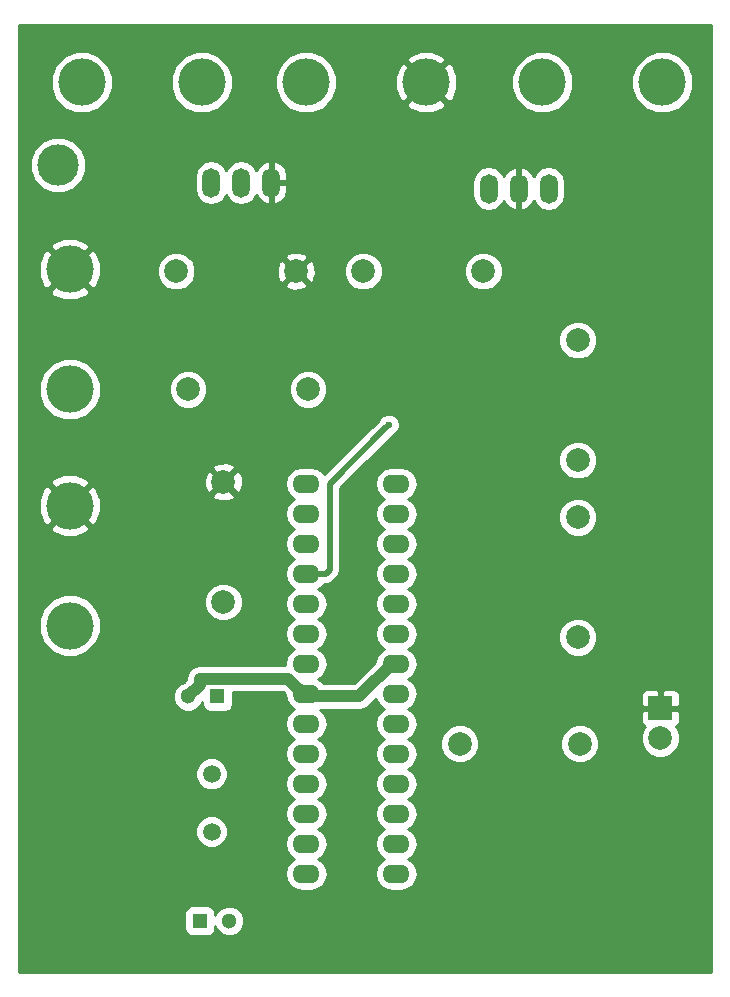
<source format=gbl>
G04 #@! TF.FileFunction,Copper,L2,Bot,Signal*
%FSLAX46Y46*%
G04 Gerber Fmt 4.6, Leading zero omitted, Abs format (unit mm)*
G04 Created by KiCad (PCBNEW 4.0.2+dfsg1-stable) date on. 29. nov. 2017 kl. 15.41 +0100*
%MOMM*%
G01*
G04 APERTURE LIST*
%ADD10C,0.100000*%
%ADD11C,4.000500*%
%ADD12R,1.300000X1.300000*%
%ADD13C,1.300000*%
%ADD14R,2.000000X2.000000*%
%ADD15C,2.000000*%
%ADD16O,2.300000X1.600000*%
%ADD17C,3.500120*%
%ADD18C,1.998980*%
%ADD19C,1.501140*%
%ADD20O,1.501140X2.499360*%
%ADD21C,0.900000*%
%ADD22C,0.600000*%
%ADD23C,0.500000*%
%ADD24C,1.000000*%
%ADD25C,0.750000*%
%ADD26C,0.254000*%
G04 APERTURE END LIST*
D10*
D11*
X86000000Y-44000000D03*
X96160000Y-44000000D03*
X125000000Y-44000000D03*
X135160000Y-44000000D03*
X85000000Y-90000000D03*
X85000000Y-79840000D03*
D12*
X96000000Y-115000000D03*
D13*
X98500000Y-115000000D03*
D12*
X97500000Y-96000000D03*
D13*
X95000000Y-96000000D03*
D14*
X135000000Y-97000000D03*
D15*
X135000000Y-99540000D03*
D16*
X105000000Y-78000000D03*
X105000000Y-80540000D03*
X105000000Y-83080000D03*
X105000000Y-85620000D03*
X105000000Y-88160000D03*
X105000000Y-90700000D03*
X105000000Y-93240000D03*
X105000000Y-95780000D03*
X105000000Y-98320000D03*
X105000000Y-100860000D03*
X105000000Y-103400000D03*
X105000000Y-105940000D03*
X105000000Y-108480000D03*
X105000000Y-111020000D03*
X112620000Y-111020000D03*
X112620000Y-108480000D03*
X112620000Y-105940000D03*
X112620000Y-103400000D03*
X112620000Y-100860000D03*
X112620000Y-98320000D03*
X112620000Y-95780000D03*
X112620000Y-93240000D03*
X112620000Y-90700000D03*
X112620000Y-88160000D03*
X112620000Y-85620000D03*
X112620000Y-83080000D03*
X112620000Y-80540000D03*
X112620000Y-78000000D03*
D11*
X85000000Y-70000000D03*
X85000000Y-59840000D03*
X105000000Y-44000000D03*
X115160000Y-44000000D03*
D17*
X84000000Y-51000000D03*
D18*
X128000000Y-91000000D03*
X128000000Y-80840000D03*
X128000000Y-76000000D03*
X128000000Y-65840000D03*
X95000000Y-70000000D03*
X105160000Y-70000000D03*
X118000000Y-100000000D03*
X128160000Y-100000000D03*
X120000000Y-60000000D03*
X109840000Y-60000000D03*
X94000000Y-60000000D03*
X104160000Y-60000000D03*
X98000000Y-88000000D03*
X98000000Y-77840000D03*
D19*
X97000000Y-102559060D03*
X97000000Y-107440940D03*
D20*
X123000000Y-53000000D03*
X120460000Y-53000000D03*
X125540000Y-53000000D03*
X99500000Y-52500000D03*
X96960000Y-52500000D03*
X102040000Y-52500000D03*
D21*
X90050000Y-96000000D03*
D22*
X112000000Y-73000000D03*
X106750000Y-96000000D03*
D23*
X106650000Y-85620000D02*
X107000000Y-85270000D01*
X111700001Y-73299999D02*
X112000000Y-73000000D01*
X107000000Y-85270000D02*
X107000000Y-78000000D01*
X107000000Y-78000000D02*
X111700001Y-73299999D01*
X105000000Y-85620000D02*
X106650000Y-85620000D01*
D24*
X106750000Y-96000000D02*
X105000000Y-96000000D01*
X109500000Y-96000000D02*
X106750000Y-96000000D01*
D25*
X112620000Y-93240000D02*
X112500000Y-93000000D01*
D24*
X112500000Y-93000000D02*
X109500000Y-96000000D01*
D25*
X105000000Y-96000000D02*
X105000000Y-95780000D01*
X105000000Y-95780000D02*
X105000000Y-96000000D01*
D24*
X105000000Y-96000000D02*
X103500000Y-94500000D01*
X103500000Y-94500000D02*
X96000000Y-94500000D01*
X96000000Y-94500000D02*
X96000000Y-95000000D01*
X96000000Y-95000000D02*
X95000000Y-96000000D01*
D26*
G36*
X139315000Y-119315000D02*
X80685000Y-119315000D01*
X80685000Y-114350000D01*
X94702560Y-114350000D01*
X94702560Y-115650000D01*
X94746838Y-115885317D01*
X94885910Y-116101441D01*
X95098110Y-116246431D01*
X95350000Y-116297440D01*
X96650000Y-116297440D01*
X96885317Y-116253162D01*
X97101441Y-116114090D01*
X97246431Y-115901890D01*
X97297440Y-115650000D01*
X97297440Y-115454540D01*
X97409995Y-115726943D01*
X97771155Y-116088735D01*
X98243276Y-116284777D01*
X98754481Y-116285223D01*
X99226943Y-116090005D01*
X99588735Y-115728845D01*
X99784777Y-115256724D01*
X99785223Y-114745519D01*
X99590005Y-114273057D01*
X99228845Y-113911265D01*
X98756724Y-113715223D01*
X98245519Y-113714777D01*
X97773057Y-113909995D01*
X97411265Y-114271155D01*
X97297440Y-114545276D01*
X97297440Y-114350000D01*
X97253162Y-114114683D01*
X97114090Y-113898559D01*
X96901890Y-113753569D01*
X96650000Y-113702560D01*
X95350000Y-113702560D01*
X95114683Y-113746838D01*
X94898559Y-113885910D01*
X94753569Y-114098110D01*
X94702560Y-114350000D01*
X80685000Y-114350000D01*
X80685000Y-107715338D01*
X95614190Y-107715338D01*
X95824686Y-108224777D01*
X96214113Y-108614884D01*
X96723184Y-108826269D01*
X97274398Y-108826750D01*
X97783837Y-108616254D01*
X98173944Y-108226827D01*
X98385329Y-107717756D01*
X98385810Y-107166542D01*
X98175314Y-106657103D01*
X97785887Y-106266996D01*
X97276816Y-106055611D01*
X96725602Y-106055130D01*
X96216163Y-106265626D01*
X95826056Y-106655053D01*
X95614671Y-107164124D01*
X95614190Y-107715338D01*
X80685000Y-107715338D01*
X80685000Y-102833458D01*
X95614190Y-102833458D01*
X95824686Y-103342897D01*
X96214113Y-103733004D01*
X96723184Y-103944389D01*
X97274398Y-103944870D01*
X97783837Y-103734374D01*
X98173944Y-103344947D01*
X98385329Y-102835876D01*
X98385810Y-102284662D01*
X98175314Y-101775223D01*
X97785887Y-101385116D01*
X97276816Y-101173731D01*
X96725602Y-101173250D01*
X96216163Y-101383746D01*
X95826056Y-101773173D01*
X95614671Y-102282244D01*
X95614190Y-102833458D01*
X80685000Y-102833458D01*
X80685000Y-96254481D01*
X93714777Y-96254481D01*
X93909995Y-96726943D01*
X94271155Y-97088735D01*
X94743276Y-97284777D01*
X95254481Y-97285223D01*
X95726943Y-97090005D01*
X96088735Y-96728845D01*
X96202560Y-96454724D01*
X96202560Y-96650000D01*
X96246838Y-96885317D01*
X96385910Y-97101441D01*
X96598110Y-97246431D01*
X96850000Y-97297440D01*
X98150000Y-97297440D01*
X98385317Y-97253162D01*
X98601441Y-97114090D01*
X98746431Y-96901890D01*
X98797440Y-96650000D01*
X98797440Y-95635000D01*
X103029868Y-95635000D01*
X103181312Y-95786444D01*
X103289263Y-96329151D01*
X103600332Y-96794698D01*
X103982418Y-97050000D01*
X103600332Y-97305302D01*
X103289263Y-97770849D01*
X103180030Y-98320000D01*
X103289263Y-98869151D01*
X103600332Y-99334698D01*
X103982418Y-99590000D01*
X103600332Y-99845302D01*
X103289263Y-100310849D01*
X103180030Y-100860000D01*
X103289263Y-101409151D01*
X103600332Y-101874698D01*
X103982418Y-102130000D01*
X103600332Y-102385302D01*
X103289263Y-102850849D01*
X103180030Y-103400000D01*
X103289263Y-103949151D01*
X103600332Y-104414698D01*
X103982418Y-104670000D01*
X103600332Y-104925302D01*
X103289263Y-105390849D01*
X103180030Y-105940000D01*
X103289263Y-106489151D01*
X103600332Y-106954698D01*
X103982418Y-107210000D01*
X103600332Y-107465302D01*
X103289263Y-107930849D01*
X103180030Y-108480000D01*
X103289263Y-109029151D01*
X103600332Y-109494698D01*
X103982418Y-109750000D01*
X103600332Y-110005302D01*
X103289263Y-110470849D01*
X103180030Y-111020000D01*
X103289263Y-111569151D01*
X103600332Y-112034698D01*
X104065879Y-112345767D01*
X104615030Y-112455000D01*
X105384970Y-112455000D01*
X105934121Y-112345767D01*
X106399668Y-112034698D01*
X106710737Y-111569151D01*
X106819970Y-111020000D01*
X106710737Y-110470849D01*
X106399668Y-110005302D01*
X106017582Y-109750000D01*
X106399668Y-109494698D01*
X106710737Y-109029151D01*
X106819970Y-108480000D01*
X106710737Y-107930849D01*
X106399668Y-107465302D01*
X106017582Y-107210000D01*
X106399668Y-106954698D01*
X106710737Y-106489151D01*
X106819970Y-105940000D01*
X106710737Y-105390849D01*
X106399668Y-104925302D01*
X106017582Y-104670000D01*
X106399668Y-104414698D01*
X106710737Y-103949151D01*
X106819970Y-103400000D01*
X106710737Y-102850849D01*
X106399668Y-102385302D01*
X106017582Y-102130000D01*
X106399668Y-101874698D01*
X106710737Y-101409151D01*
X106819970Y-100860000D01*
X106710737Y-100310849D01*
X106399668Y-99845302D01*
X106017582Y-99590000D01*
X106399668Y-99334698D01*
X106710737Y-98869151D01*
X106819970Y-98320000D01*
X106710737Y-97770849D01*
X106399668Y-97305302D01*
X106144793Y-97135000D01*
X109500000Y-97135000D01*
X109934346Y-97048603D01*
X110302566Y-96802566D01*
X110887150Y-96217982D01*
X110909263Y-96329151D01*
X111220332Y-96794698D01*
X111602418Y-97050000D01*
X111220332Y-97305302D01*
X110909263Y-97770849D01*
X110800030Y-98320000D01*
X110909263Y-98869151D01*
X111220332Y-99334698D01*
X111602418Y-99590000D01*
X111220332Y-99845302D01*
X110909263Y-100310849D01*
X110800030Y-100860000D01*
X110909263Y-101409151D01*
X111220332Y-101874698D01*
X111602418Y-102130000D01*
X111220332Y-102385302D01*
X110909263Y-102850849D01*
X110800030Y-103400000D01*
X110909263Y-103949151D01*
X111220332Y-104414698D01*
X111602418Y-104670000D01*
X111220332Y-104925302D01*
X110909263Y-105390849D01*
X110800030Y-105940000D01*
X110909263Y-106489151D01*
X111220332Y-106954698D01*
X111602418Y-107210000D01*
X111220332Y-107465302D01*
X110909263Y-107930849D01*
X110800030Y-108480000D01*
X110909263Y-109029151D01*
X111220332Y-109494698D01*
X111602418Y-109750000D01*
X111220332Y-110005302D01*
X110909263Y-110470849D01*
X110800030Y-111020000D01*
X110909263Y-111569151D01*
X111220332Y-112034698D01*
X111685879Y-112345767D01*
X112235030Y-112455000D01*
X113004970Y-112455000D01*
X113554121Y-112345767D01*
X114019668Y-112034698D01*
X114330737Y-111569151D01*
X114439970Y-111020000D01*
X114330737Y-110470849D01*
X114019668Y-110005302D01*
X113637582Y-109750000D01*
X114019668Y-109494698D01*
X114330737Y-109029151D01*
X114439970Y-108480000D01*
X114330737Y-107930849D01*
X114019668Y-107465302D01*
X113637582Y-107210000D01*
X114019668Y-106954698D01*
X114330737Y-106489151D01*
X114439970Y-105940000D01*
X114330737Y-105390849D01*
X114019668Y-104925302D01*
X113637582Y-104670000D01*
X114019668Y-104414698D01*
X114330737Y-103949151D01*
X114439970Y-103400000D01*
X114330737Y-102850849D01*
X114019668Y-102385302D01*
X113637582Y-102130000D01*
X114019668Y-101874698D01*
X114330737Y-101409151D01*
X114439970Y-100860000D01*
X114333293Y-100323694D01*
X116365226Y-100323694D01*
X116613538Y-100924655D01*
X117072927Y-101384846D01*
X117673453Y-101634206D01*
X118323694Y-101634774D01*
X118924655Y-101386462D01*
X119384846Y-100927073D01*
X119634206Y-100326547D01*
X119634208Y-100323694D01*
X126525226Y-100323694D01*
X126773538Y-100924655D01*
X127232927Y-101384846D01*
X127833453Y-101634206D01*
X128483694Y-101634774D01*
X129084655Y-101386462D01*
X129544846Y-100927073D01*
X129794206Y-100326547D01*
X129794610Y-99863795D01*
X133364716Y-99863795D01*
X133613106Y-100464943D01*
X134072637Y-100925278D01*
X134673352Y-101174716D01*
X135323795Y-101175284D01*
X135924943Y-100926894D01*
X136385278Y-100467363D01*
X136634716Y-99866648D01*
X136635284Y-99216205D01*
X136386894Y-98615057D01*
X136324749Y-98552803D01*
X136359698Y-98538327D01*
X136538327Y-98359699D01*
X136635000Y-98126310D01*
X136635000Y-97285750D01*
X136476250Y-97127000D01*
X135127000Y-97127000D01*
X135127000Y-97147000D01*
X134873000Y-97147000D01*
X134873000Y-97127000D01*
X133523750Y-97127000D01*
X133365000Y-97285750D01*
X133365000Y-98126310D01*
X133461673Y-98359699D01*
X133640302Y-98538327D01*
X133674834Y-98552630D01*
X133614722Y-98612637D01*
X133365284Y-99213352D01*
X133364716Y-99863795D01*
X129794610Y-99863795D01*
X129794774Y-99676306D01*
X129546462Y-99075345D01*
X129087073Y-98615154D01*
X128486547Y-98365794D01*
X127836306Y-98365226D01*
X127235345Y-98613538D01*
X126775154Y-99072927D01*
X126525794Y-99673453D01*
X126525226Y-100323694D01*
X119634208Y-100323694D01*
X119634774Y-99676306D01*
X119386462Y-99075345D01*
X118927073Y-98615154D01*
X118326547Y-98365794D01*
X117676306Y-98365226D01*
X117075345Y-98613538D01*
X116615154Y-99072927D01*
X116365794Y-99673453D01*
X116365226Y-100323694D01*
X114333293Y-100323694D01*
X114330737Y-100310849D01*
X114019668Y-99845302D01*
X113637582Y-99590000D01*
X114019668Y-99334698D01*
X114330737Y-98869151D01*
X114439970Y-98320000D01*
X114330737Y-97770849D01*
X114019668Y-97305302D01*
X113637582Y-97050000D01*
X114019668Y-96794698D01*
X114330737Y-96329151D01*
X114421333Y-95873690D01*
X133365000Y-95873690D01*
X133365000Y-96714250D01*
X133523750Y-96873000D01*
X134873000Y-96873000D01*
X134873000Y-95523750D01*
X135127000Y-95523750D01*
X135127000Y-96873000D01*
X136476250Y-96873000D01*
X136635000Y-96714250D01*
X136635000Y-95873690D01*
X136538327Y-95640301D01*
X136359698Y-95461673D01*
X136126309Y-95365000D01*
X135285750Y-95365000D01*
X135127000Y-95523750D01*
X134873000Y-95523750D01*
X134714250Y-95365000D01*
X133873691Y-95365000D01*
X133640302Y-95461673D01*
X133461673Y-95640301D01*
X133365000Y-95873690D01*
X114421333Y-95873690D01*
X114439970Y-95780000D01*
X114330737Y-95230849D01*
X114019668Y-94765302D01*
X113637582Y-94510000D01*
X114019668Y-94254698D01*
X114330737Y-93789151D01*
X114439970Y-93240000D01*
X114330737Y-92690849D01*
X114019668Y-92225302D01*
X113637582Y-91970000D01*
X114019668Y-91714698D01*
X114280928Y-91323694D01*
X126365226Y-91323694D01*
X126613538Y-91924655D01*
X127072927Y-92384846D01*
X127673453Y-92634206D01*
X128323694Y-92634774D01*
X128924655Y-92386462D01*
X129384846Y-91927073D01*
X129634206Y-91326547D01*
X129634774Y-90676306D01*
X129386462Y-90075345D01*
X128927073Y-89615154D01*
X128326547Y-89365794D01*
X127676306Y-89365226D01*
X127075345Y-89613538D01*
X126615154Y-90072927D01*
X126365794Y-90673453D01*
X126365226Y-91323694D01*
X114280928Y-91323694D01*
X114330737Y-91249151D01*
X114439970Y-90700000D01*
X114330737Y-90150849D01*
X114019668Y-89685302D01*
X113637582Y-89430000D01*
X114019668Y-89174698D01*
X114330737Y-88709151D01*
X114439970Y-88160000D01*
X114330737Y-87610849D01*
X114019668Y-87145302D01*
X113637582Y-86890000D01*
X114019668Y-86634698D01*
X114330737Y-86169151D01*
X114439970Y-85620000D01*
X114330737Y-85070849D01*
X114019668Y-84605302D01*
X113637582Y-84350000D01*
X114019668Y-84094698D01*
X114330737Y-83629151D01*
X114439970Y-83080000D01*
X114330737Y-82530849D01*
X114019668Y-82065302D01*
X113637582Y-81810000D01*
X114019668Y-81554698D01*
X114280928Y-81163694D01*
X126365226Y-81163694D01*
X126613538Y-81764655D01*
X127072927Y-82224846D01*
X127673453Y-82474206D01*
X128323694Y-82474774D01*
X128924655Y-82226462D01*
X129384846Y-81767073D01*
X129634206Y-81166547D01*
X129634774Y-80516306D01*
X129386462Y-79915345D01*
X128927073Y-79455154D01*
X128326547Y-79205794D01*
X127676306Y-79205226D01*
X127075345Y-79453538D01*
X126615154Y-79912927D01*
X126365794Y-80513453D01*
X126365226Y-81163694D01*
X114280928Y-81163694D01*
X114330737Y-81089151D01*
X114439970Y-80540000D01*
X114330737Y-79990849D01*
X114019668Y-79525302D01*
X113637582Y-79270000D01*
X114019668Y-79014698D01*
X114330737Y-78549151D01*
X114439970Y-78000000D01*
X114330737Y-77450849D01*
X114019668Y-76985302D01*
X113554121Y-76674233D01*
X113004970Y-76565000D01*
X112235030Y-76565000D01*
X111685879Y-76674233D01*
X111220332Y-76985302D01*
X110909263Y-77450849D01*
X110800030Y-78000000D01*
X110909263Y-78549151D01*
X111220332Y-79014698D01*
X111602418Y-79270000D01*
X111220332Y-79525302D01*
X110909263Y-79990849D01*
X110800030Y-80540000D01*
X110909263Y-81089151D01*
X111220332Y-81554698D01*
X111602418Y-81810000D01*
X111220332Y-82065302D01*
X110909263Y-82530849D01*
X110800030Y-83080000D01*
X110909263Y-83629151D01*
X111220332Y-84094698D01*
X111602418Y-84350000D01*
X111220332Y-84605302D01*
X110909263Y-85070849D01*
X110800030Y-85620000D01*
X110909263Y-86169151D01*
X111220332Y-86634698D01*
X111602418Y-86890000D01*
X111220332Y-87145302D01*
X110909263Y-87610849D01*
X110800030Y-88160000D01*
X110909263Y-88709151D01*
X111220332Y-89174698D01*
X111602418Y-89430000D01*
X111220332Y-89685302D01*
X110909263Y-90150849D01*
X110800030Y-90700000D01*
X110909263Y-91249151D01*
X111220332Y-91714698D01*
X111602418Y-91970000D01*
X111220332Y-92225302D01*
X110909263Y-92690849D01*
X110836074Y-93058794D01*
X109029868Y-94865000D01*
X106466284Y-94865000D01*
X106399668Y-94765302D01*
X106017582Y-94510000D01*
X106399668Y-94254698D01*
X106710737Y-93789151D01*
X106819970Y-93240000D01*
X106710737Y-92690849D01*
X106399668Y-92225302D01*
X106017582Y-91970000D01*
X106399668Y-91714698D01*
X106710737Y-91249151D01*
X106819970Y-90700000D01*
X106710737Y-90150849D01*
X106399668Y-89685302D01*
X106017582Y-89430000D01*
X106399668Y-89174698D01*
X106710737Y-88709151D01*
X106819970Y-88160000D01*
X106710737Y-87610849D01*
X106399668Y-87145302D01*
X106017582Y-86890000D01*
X106399668Y-86634698D01*
X106486330Y-86505000D01*
X106649995Y-86505000D01*
X106650000Y-86505001D01*
X106932484Y-86448810D01*
X106988675Y-86437633D01*
X107275790Y-86245790D01*
X107625787Y-85895792D01*
X107625790Y-85895790D01*
X107817633Y-85608675D01*
X107828810Y-85552484D01*
X107885001Y-85270000D01*
X107885000Y-85269995D01*
X107885000Y-78366580D01*
X109927885Y-76323694D01*
X126365226Y-76323694D01*
X126613538Y-76924655D01*
X127072927Y-77384846D01*
X127673453Y-77634206D01*
X128323694Y-77634774D01*
X128924655Y-77386462D01*
X129384846Y-76927073D01*
X129634206Y-76326547D01*
X129634774Y-75676306D01*
X129386462Y-75075345D01*
X128927073Y-74615154D01*
X128326547Y-74365794D01*
X127676306Y-74365226D01*
X127075345Y-74613538D01*
X126615154Y-75072927D01*
X126365794Y-75673453D01*
X126365226Y-76323694D01*
X109927885Y-76323694D01*
X112325788Y-73925791D01*
X112325791Y-73925789D01*
X112408835Y-73842744D01*
X112528943Y-73793117D01*
X112792192Y-73530327D01*
X112934838Y-73186799D01*
X112935162Y-72814833D01*
X112793117Y-72471057D01*
X112530327Y-72207808D01*
X112186799Y-72065162D01*
X111814833Y-72064838D01*
X111471057Y-72206883D01*
X111207808Y-72469673D01*
X111157434Y-72590986D01*
X111074211Y-72674209D01*
X111074209Y-72674212D01*
X106545246Y-77203174D01*
X106399668Y-76985302D01*
X105934121Y-76674233D01*
X105384970Y-76565000D01*
X104615030Y-76565000D01*
X104065879Y-76674233D01*
X103600332Y-76985302D01*
X103289263Y-77450849D01*
X103180030Y-78000000D01*
X103289263Y-78549151D01*
X103600332Y-79014698D01*
X103982418Y-79270000D01*
X103600332Y-79525302D01*
X103289263Y-79990849D01*
X103180030Y-80540000D01*
X103289263Y-81089151D01*
X103600332Y-81554698D01*
X103982418Y-81810000D01*
X103600332Y-82065302D01*
X103289263Y-82530849D01*
X103180030Y-83080000D01*
X103289263Y-83629151D01*
X103600332Y-84094698D01*
X103982418Y-84350000D01*
X103600332Y-84605302D01*
X103289263Y-85070849D01*
X103180030Y-85620000D01*
X103289263Y-86169151D01*
X103600332Y-86634698D01*
X103982418Y-86890000D01*
X103600332Y-87145302D01*
X103289263Y-87610849D01*
X103180030Y-88160000D01*
X103289263Y-88709151D01*
X103600332Y-89174698D01*
X103982418Y-89430000D01*
X103600332Y-89685302D01*
X103289263Y-90150849D01*
X103180030Y-90700000D01*
X103289263Y-91249151D01*
X103600332Y-91714698D01*
X103982418Y-91970000D01*
X103600332Y-92225302D01*
X103289263Y-92690849D01*
X103180030Y-93240000D01*
X103204894Y-93365000D01*
X96000000Y-93365000D01*
X95565654Y-93451397D01*
X95197434Y-93697434D01*
X94951397Y-94065654D01*
X94865000Y-94500000D01*
X94865000Y-94529867D01*
X94634020Y-94760848D01*
X94273057Y-94909995D01*
X93911265Y-95271155D01*
X93715223Y-95743276D01*
X93714777Y-96254481D01*
X80685000Y-96254481D01*
X80685000Y-90521884D01*
X82364293Y-90521884D01*
X82764641Y-91490799D01*
X83505302Y-92232754D01*
X84473517Y-92634792D01*
X85521884Y-92635707D01*
X86490799Y-92235359D01*
X87232754Y-91494698D01*
X87634792Y-90526483D01*
X87635707Y-89478116D01*
X87235359Y-88509201D01*
X87050176Y-88323694D01*
X96365226Y-88323694D01*
X96613538Y-88924655D01*
X97072927Y-89384846D01*
X97673453Y-89634206D01*
X98323694Y-89634774D01*
X98924655Y-89386462D01*
X99384846Y-88927073D01*
X99634206Y-88326547D01*
X99634774Y-87676306D01*
X99386462Y-87075345D01*
X98927073Y-86615154D01*
X98326547Y-86365794D01*
X97676306Y-86365226D01*
X97075345Y-86613538D01*
X96615154Y-87072927D01*
X96365794Y-87673453D01*
X96365226Y-88323694D01*
X87050176Y-88323694D01*
X86494698Y-87767246D01*
X85526483Y-87365208D01*
X84478116Y-87364293D01*
X83509201Y-87764641D01*
X82767246Y-88505302D01*
X82365208Y-89473517D01*
X82364293Y-90521884D01*
X80685000Y-90521884D01*
X80685000Y-81715202D01*
X83304403Y-81715202D01*
X83525203Y-82085949D01*
X84496953Y-82479367D01*
X85545287Y-82470965D01*
X86474797Y-82085949D01*
X86695597Y-81715202D01*
X85000000Y-80019605D01*
X83304403Y-81715202D01*
X80685000Y-81715202D01*
X80685000Y-79336953D01*
X82360633Y-79336953D01*
X82369035Y-80385287D01*
X82754051Y-81314797D01*
X83124798Y-81535597D01*
X84820395Y-79840000D01*
X85179605Y-79840000D01*
X86875202Y-81535597D01*
X87245949Y-81314797D01*
X87639367Y-80343047D01*
X87630965Y-79294713D01*
X87505645Y-78992163D01*
X97027443Y-78992163D01*
X97126042Y-79258965D01*
X97735582Y-79485401D01*
X98385377Y-79461341D01*
X98873958Y-79258965D01*
X98972557Y-78992163D01*
X98000000Y-78019605D01*
X97027443Y-78992163D01*
X87505645Y-78992163D01*
X87245949Y-78365203D01*
X86875202Y-78144403D01*
X85179605Y-79840000D01*
X84820395Y-79840000D01*
X83124798Y-78144403D01*
X82754051Y-78365203D01*
X82360633Y-79336953D01*
X80685000Y-79336953D01*
X80685000Y-77964798D01*
X83304403Y-77964798D01*
X85000000Y-79660395D01*
X86695597Y-77964798D01*
X86474797Y-77594051D01*
X86429179Y-77575582D01*
X96354599Y-77575582D01*
X96378659Y-78225377D01*
X96581035Y-78713958D01*
X96847837Y-78812557D01*
X97820395Y-77840000D01*
X98179605Y-77840000D01*
X99152163Y-78812557D01*
X99418965Y-78713958D01*
X99645401Y-78104418D01*
X99621341Y-77454623D01*
X99418965Y-76966042D01*
X99152163Y-76867443D01*
X98179605Y-77840000D01*
X97820395Y-77840000D01*
X96847837Y-76867443D01*
X96581035Y-76966042D01*
X96354599Y-77575582D01*
X86429179Y-77575582D01*
X85503047Y-77200633D01*
X84454713Y-77209035D01*
X83525203Y-77594051D01*
X83304403Y-77964798D01*
X80685000Y-77964798D01*
X80685000Y-76687837D01*
X97027443Y-76687837D01*
X98000000Y-77660395D01*
X98972557Y-76687837D01*
X98873958Y-76421035D01*
X98264418Y-76194599D01*
X97614623Y-76218659D01*
X97126042Y-76421035D01*
X97027443Y-76687837D01*
X80685000Y-76687837D01*
X80685000Y-70521884D01*
X82364293Y-70521884D01*
X82764641Y-71490799D01*
X83505302Y-72232754D01*
X84473517Y-72634792D01*
X85521884Y-72635707D01*
X86490799Y-72235359D01*
X87232754Y-71494698D01*
X87634792Y-70526483D01*
X87634968Y-70323694D01*
X93365226Y-70323694D01*
X93613538Y-70924655D01*
X94072927Y-71384846D01*
X94673453Y-71634206D01*
X95323694Y-71634774D01*
X95924655Y-71386462D01*
X96384846Y-70927073D01*
X96634206Y-70326547D01*
X96634208Y-70323694D01*
X103525226Y-70323694D01*
X103773538Y-70924655D01*
X104232927Y-71384846D01*
X104833453Y-71634206D01*
X105483694Y-71634774D01*
X106084655Y-71386462D01*
X106544846Y-70927073D01*
X106794206Y-70326547D01*
X106794774Y-69676306D01*
X106546462Y-69075345D01*
X106087073Y-68615154D01*
X105486547Y-68365794D01*
X104836306Y-68365226D01*
X104235345Y-68613538D01*
X103775154Y-69072927D01*
X103525794Y-69673453D01*
X103525226Y-70323694D01*
X96634208Y-70323694D01*
X96634774Y-69676306D01*
X96386462Y-69075345D01*
X95927073Y-68615154D01*
X95326547Y-68365794D01*
X94676306Y-68365226D01*
X94075345Y-68613538D01*
X93615154Y-69072927D01*
X93365794Y-69673453D01*
X93365226Y-70323694D01*
X87634968Y-70323694D01*
X87635707Y-69478116D01*
X87235359Y-68509201D01*
X86494698Y-67767246D01*
X85526483Y-67365208D01*
X84478116Y-67364293D01*
X83509201Y-67764641D01*
X82767246Y-68505302D01*
X82365208Y-69473517D01*
X82364293Y-70521884D01*
X80685000Y-70521884D01*
X80685000Y-66163694D01*
X126365226Y-66163694D01*
X126613538Y-66764655D01*
X127072927Y-67224846D01*
X127673453Y-67474206D01*
X128323694Y-67474774D01*
X128924655Y-67226462D01*
X129384846Y-66767073D01*
X129634206Y-66166547D01*
X129634774Y-65516306D01*
X129386462Y-64915345D01*
X128927073Y-64455154D01*
X128326547Y-64205794D01*
X127676306Y-64205226D01*
X127075345Y-64453538D01*
X126615154Y-64912927D01*
X126365794Y-65513453D01*
X126365226Y-66163694D01*
X80685000Y-66163694D01*
X80685000Y-61715202D01*
X83304403Y-61715202D01*
X83525203Y-62085949D01*
X84496953Y-62479367D01*
X85545287Y-62470965D01*
X86474797Y-62085949D01*
X86695597Y-61715202D01*
X85000000Y-60019605D01*
X83304403Y-61715202D01*
X80685000Y-61715202D01*
X80685000Y-59336953D01*
X82360633Y-59336953D01*
X82369035Y-60385287D01*
X82754051Y-61314797D01*
X83124798Y-61535597D01*
X84820395Y-59840000D01*
X85179605Y-59840000D01*
X86875202Y-61535597D01*
X87245949Y-61314797D01*
X87639367Y-60343047D01*
X87639212Y-60323694D01*
X92365226Y-60323694D01*
X92613538Y-60924655D01*
X93072927Y-61384846D01*
X93673453Y-61634206D01*
X94323694Y-61634774D01*
X94924655Y-61386462D01*
X95159363Y-61152163D01*
X103187443Y-61152163D01*
X103286042Y-61418965D01*
X103895582Y-61645401D01*
X104545377Y-61621341D01*
X105033958Y-61418965D01*
X105132557Y-61152163D01*
X104160000Y-60179605D01*
X103187443Y-61152163D01*
X95159363Y-61152163D01*
X95384846Y-60927073D01*
X95634206Y-60326547D01*
X95634722Y-59735582D01*
X102514599Y-59735582D01*
X102538659Y-60385377D01*
X102741035Y-60873958D01*
X103007837Y-60972557D01*
X103980395Y-60000000D01*
X104339605Y-60000000D01*
X105312163Y-60972557D01*
X105578965Y-60873958D01*
X105783380Y-60323694D01*
X108205226Y-60323694D01*
X108453538Y-60924655D01*
X108912927Y-61384846D01*
X109513453Y-61634206D01*
X110163694Y-61634774D01*
X110764655Y-61386462D01*
X111224846Y-60927073D01*
X111474206Y-60326547D01*
X111474208Y-60323694D01*
X118365226Y-60323694D01*
X118613538Y-60924655D01*
X119072927Y-61384846D01*
X119673453Y-61634206D01*
X120323694Y-61634774D01*
X120924655Y-61386462D01*
X121384846Y-60927073D01*
X121634206Y-60326547D01*
X121634774Y-59676306D01*
X121386462Y-59075345D01*
X120927073Y-58615154D01*
X120326547Y-58365794D01*
X119676306Y-58365226D01*
X119075345Y-58613538D01*
X118615154Y-59072927D01*
X118365794Y-59673453D01*
X118365226Y-60323694D01*
X111474208Y-60323694D01*
X111474774Y-59676306D01*
X111226462Y-59075345D01*
X110767073Y-58615154D01*
X110166547Y-58365794D01*
X109516306Y-58365226D01*
X108915345Y-58613538D01*
X108455154Y-59072927D01*
X108205794Y-59673453D01*
X108205226Y-60323694D01*
X105783380Y-60323694D01*
X105805401Y-60264418D01*
X105781341Y-59614623D01*
X105578965Y-59126042D01*
X105312163Y-59027443D01*
X104339605Y-60000000D01*
X103980395Y-60000000D01*
X103007837Y-59027443D01*
X102741035Y-59126042D01*
X102514599Y-59735582D01*
X95634722Y-59735582D01*
X95634774Y-59676306D01*
X95386462Y-59075345D01*
X95159351Y-58847837D01*
X103187443Y-58847837D01*
X104160000Y-59820395D01*
X105132557Y-58847837D01*
X105033958Y-58581035D01*
X104424418Y-58354599D01*
X103774623Y-58378659D01*
X103286042Y-58581035D01*
X103187443Y-58847837D01*
X95159351Y-58847837D01*
X94927073Y-58615154D01*
X94326547Y-58365794D01*
X93676306Y-58365226D01*
X93075345Y-58613538D01*
X92615154Y-59072927D01*
X92365794Y-59673453D01*
X92365226Y-60323694D01*
X87639212Y-60323694D01*
X87630965Y-59294713D01*
X87245949Y-58365203D01*
X86875202Y-58144403D01*
X85179605Y-59840000D01*
X84820395Y-59840000D01*
X83124798Y-58144403D01*
X82754051Y-58365203D01*
X82360633Y-59336953D01*
X80685000Y-59336953D01*
X80685000Y-57964798D01*
X83304403Y-57964798D01*
X85000000Y-59660395D01*
X86695597Y-57964798D01*
X86474797Y-57594051D01*
X85503047Y-57200633D01*
X84454713Y-57209035D01*
X83525203Y-57594051D01*
X83304403Y-57964798D01*
X80685000Y-57964798D01*
X80685000Y-51472336D01*
X81614527Y-51472336D01*
X81976866Y-52349263D01*
X82647208Y-53020776D01*
X83523501Y-53384645D01*
X84472336Y-53385473D01*
X85349263Y-53023134D01*
X86020776Y-52352792D01*
X86182230Y-51963967D01*
X95574430Y-51963967D01*
X95574430Y-53036033D01*
X95679900Y-53566268D01*
X95980254Y-54015779D01*
X96429765Y-54316133D01*
X96960000Y-54421603D01*
X97490235Y-54316133D01*
X97939746Y-54015779D01*
X98230000Y-53581384D01*
X98520254Y-54015779D01*
X98969765Y-54316133D01*
X99500000Y-54421603D01*
X100030235Y-54316133D01*
X100479746Y-54015779D01*
X100780100Y-53566268D01*
X100781950Y-53556968D01*
X100808501Y-53646677D01*
X101150056Y-54068658D01*
X101627097Y-54327810D01*
X101698725Y-54341993D01*
X101913000Y-54219339D01*
X101913000Y-52627000D01*
X102167000Y-52627000D01*
X102167000Y-54219339D01*
X102381275Y-54341993D01*
X102452903Y-54327810D01*
X102929944Y-54068658D01*
X103271499Y-53646677D01*
X103425570Y-53126110D01*
X103425570Y-52627000D01*
X102167000Y-52627000D01*
X101913000Y-52627000D01*
X101893000Y-52627000D01*
X101893000Y-52463967D01*
X119074430Y-52463967D01*
X119074430Y-53536033D01*
X119179900Y-54066268D01*
X119480254Y-54515779D01*
X119929765Y-54816133D01*
X120460000Y-54921603D01*
X120990235Y-54816133D01*
X121439746Y-54515779D01*
X121740100Y-54066268D01*
X121741950Y-54056968D01*
X121768501Y-54146677D01*
X122110056Y-54568658D01*
X122587097Y-54827810D01*
X122658725Y-54841993D01*
X122873000Y-54719339D01*
X122873000Y-53127000D01*
X122853000Y-53127000D01*
X122853000Y-52873000D01*
X122873000Y-52873000D01*
X122873000Y-51280661D01*
X123127000Y-51280661D01*
X123127000Y-52873000D01*
X123147000Y-52873000D01*
X123147000Y-53127000D01*
X123127000Y-53127000D01*
X123127000Y-54719339D01*
X123341275Y-54841993D01*
X123412903Y-54827810D01*
X123889944Y-54568658D01*
X124231499Y-54146677D01*
X124258050Y-54056968D01*
X124259900Y-54066268D01*
X124560254Y-54515779D01*
X125009765Y-54816133D01*
X125540000Y-54921603D01*
X126070235Y-54816133D01*
X126519746Y-54515779D01*
X126820100Y-54066268D01*
X126925570Y-53536033D01*
X126925570Y-52463967D01*
X126820100Y-51933732D01*
X126519746Y-51484221D01*
X126070235Y-51183867D01*
X125540000Y-51078397D01*
X125009765Y-51183867D01*
X124560254Y-51484221D01*
X124259900Y-51933732D01*
X124258050Y-51943032D01*
X124231499Y-51853323D01*
X123889944Y-51431342D01*
X123412903Y-51172190D01*
X123341275Y-51158007D01*
X123127000Y-51280661D01*
X122873000Y-51280661D01*
X122658725Y-51158007D01*
X122587097Y-51172190D01*
X122110056Y-51431342D01*
X121768501Y-51853323D01*
X121741950Y-51943032D01*
X121740100Y-51933732D01*
X121439746Y-51484221D01*
X120990235Y-51183867D01*
X120460000Y-51078397D01*
X119929765Y-51183867D01*
X119480254Y-51484221D01*
X119179900Y-51933732D01*
X119074430Y-52463967D01*
X101893000Y-52463967D01*
X101893000Y-52373000D01*
X101913000Y-52373000D01*
X101913000Y-50780661D01*
X102167000Y-50780661D01*
X102167000Y-52373000D01*
X103425570Y-52373000D01*
X103425570Y-51873890D01*
X103271499Y-51353323D01*
X102929944Y-50931342D01*
X102452903Y-50672190D01*
X102381275Y-50658007D01*
X102167000Y-50780661D01*
X101913000Y-50780661D01*
X101698725Y-50658007D01*
X101627097Y-50672190D01*
X101150056Y-50931342D01*
X100808501Y-51353323D01*
X100781950Y-51443032D01*
X100780100Y-51433732D01*
X100479746Y-50984221D01*
X100030235Y-50683867D01*
X99500000Y-50578397D01*
X98969765Y-50683867D01*
X98520254Y-50984221D01*
X98230000Y-51418616D01*
X97939746Y-50984221D01*
X97490235Y-50683867D01*
X96960000Y-50578397D01*
X96429765Y-50683867D01*
X95980254Y-50984221D01*
X95679900Y-51433732D01*
X95574430Y-51963967D01*
X86182230Y-51963967D01*
X86384645Y-51476499D01*
X86385473Y-50527664D01*
X86023134Y-49650737D01*
X85352792Y-48979224D01*
X84476499Y-48615355D01*
X83527664Y-48614527D01*
X82650737Y-48976866D01*
X81979224Y-49647208D01*
X81615355Y-50523501D01*
X81614527Y-51472336D01*
X80685000Y-51472336D01*
X80685000Y-44521884D01*
X83364293Y-44521884D01*
X83764641Y-45490799D01*
X84505302Y-46232754D01*
X85473517Y-46634792D01*
X86521884Y-46635707D01*
X87490799Y-46235359D01*
X88232754Y-45494698D01*
X88634792Y-44526483D01*
X88634796Y-44521884D01*
X93524293Y-44521884D01*
X93924641Y-45490799D01*
X94665302Y-46232754D01*
X95633517Y-46634792D01*
X96681884Y-46635707D01*
X97650799Y-46235359D01*
X98392754Y-45494698D01*
X98794792Y-44526483D01*
X98794796Y-44521884D01*
X102364293Y-44521884D01*
X102764641Y-45490799D01*
X103505302Y-46232754D01*
X104473517Y-46634792D01*
X105521884Y-46635707D01*
X106490799Y-46235359D01*
X106851585Y-45875202D01*
X113464403Y-45875202D01*
X113685203Y-46245949D01*
X114656953Y-46639367D01*
X115705287Y-46630965D01*
X116634797Y-46245949D01*
X116855597Y-45875202D01*
X115160000Y-44179605D01*
X113464403Y-45875202D01*
X106851585Y-45875202D01*
X107232754Y-45494698D01*
X107634792Y-44526483D01*
X107635690Y-43496953D01*
X112520633Y-43496953D01*
X112529035Y-44545287D01*
X112914051Y-45474797D01*
X113284798Y-45695597D01*
X114980395Y-44000000D01*
X115339605Y-44000000D01*
X117035202Y-45695597D01*
X117405949Y-45474797D01*
X117791740Y-44521884D01*
X122364293Y-44521884D01*
X122764641Y-45490799D01*
X123505302Y-46232754D01*
X124473517Y-46634792D01*
X125521884Y-46635707D01*
X126490799Y-46235359D01*
X127232754Y-45494698D01*
X127634792Y-44526483D01*
X127634796Y-44521884D01*
X132524293Y-44521884D01*
X132924641Y-45490799D01*
X133665302Y-46232754D01*
X134633517Y-46634792D01*
X135681884Y-46635707D01*
X136650799Y-46235359D01*
X137392754Y-45494698D01*
X137794792Y-44526483D01*
X137795707Y-43478116D01*
X137395359Y-42509201D01*
X136654698Y-41767246D01*
X135686483Y-41365208D01*
X134638116Y-41364293D01*
X133669201Y-41764641D01*
X132927246Y-42505302D01*
X132525208Y-43473517D01*
X132524293Y-44521884D01*
X127634796Y-44521884D01*
X127635707Y-43478116D01*
X127235359Y-42509201D01*
X126494698Y-41767246D01*
X125526483Y-41365208D01*
X124478116Y-41364293D01*
X123509201Y-41764641D01*
X122767246Y-42505302D01*
X122365208Y-43473517D01*
X122364293Y-44521884D01*
X117791740Y-44521884D01*
X117799367Y-44503047D01*
X117790965Y-43454713D01*
X117405949Y-42525203D01*
X117035202Y-42304403D01*
X115339605Y-44000000D01*
X114980395Y-44000000D01*
X113284798Y-42304403D01*
X112914051Y-42525203D01*
X112520633Y-43496953D01*
X107635690Y-43496953D01*
X107635707Y-43478116D01*
X107235359Y-42509201D01*
X106851627Y-42124798D01*
X113464403Y-42124798D01*
X115160000Y-43820395D01*
X116855597Y-42124798D01*
X116634797Y-41754051D01*
X115663047Y-41360633D01*
X114614713Y-41369035D01*
X113685203Y-41754051D01*
X113464403Y-42124798D01*
X106851627Y-42124798D01*
X106494698Y-41767246D01*
X105526483Y-41365208D01*
X104478116Y-41364293D01*
X103509201Y-41764641D01*
X102767246Y-42505302D01*
X102365208Y-43473517D01*
X102364293Y-44521884D01*
X98794796Y-44521884D01*
X98795707Y-43478116D01*
X98395359Y-42509201D01*
X97654698Y-41767246D01*
X96686483Y-41365208D01*
X95638116Y-41364293D01*
X94669201Y-41764641D01*
X93927246Y-42505302D01*
X93525208Y-43473517D01*
X93524293Y-44521884D01*
X88634796Y-44521884D01*
X88635707Y-43478116D01*
X88235359Y-42509201D01*
X87494698Y-41767246D01*
X86526483Y-41365208D01*
X85478116Y-41364293D01*
X84509201Y-41764641D01*
X83767246Y-42505302D01*
X83365208Y-43473517D01*
X83364293Y-44521884D01*
X80685000Y-44521884D01*
X80685000Y-39185000D01*
X139315000Y-39185000D01*
X139315000Y-119315000D01*
X139315000Y-119315000D01*
G37*
X139315000Y-119315000D02*
X80685000Y-119315000D01*
X80685000Y-114350000D01*
X94702560Y-114350000D01*
X94702560Y-115650000D01*
X94746838Y-115885317D01*
X94885910Y-116101441D01*
X95098110Y-116246431D01*
X95350000Y-116297440D01*
X96650000Y-116297440D01*
X96885317Y-116253162D01*
X97101441Y-116114090D01*
X97246431Y-115901890D01*
X97297440Y-115650000D01*
X97297440Y-115454540D01*
X97409995Y-115726943D01*
X97771155Y-116088735D01*
X98243276Y-116284777D01*
X98754481Y-116285223D01*
X99226943Y-116090005D01*
X99588735Y-115728845D01*
X99784777Y-115256724D01*
X99785223Y-114745519D01*
X99590005Y-114273057D01*
X99228845Y-113911265D01*
X98756724Y-113715223D01*
X98245519Y-113714777D01*
X97773057Y-113909995D01*
X97411265Y-114271155D01*
X97297440Y-114545276D01*
X97297440Y-114350000D01*
X97253162Y-114114683D01*
X97114090Y-113898559D01*
X96901890Y-113753569D01*
X96650000Y-113702560D01*
X95350000Y-113702560D01*
X95114683Y-113746838D01*
X94898559Y-113885910D01*
X94753569Y-114098110D01*
X94702560Y-114350000D01*
X80685000Y-114350000D01*
X80685000Y-107715338D01*
X95614190Y-107715338D01*
X95824686Y-108224777D01*
X96214113Y-108614884D01*
X96723184Y-108826269D01*
X97274398Y-108826750D01*
X97783837Y-108616254D01*
X98173944Y-108226827D01*
X98385329Y-107717756D01*
X98385810Y-107166542D01*
X98175314Y-106657103D01*
X97785887Y-106266996D01*
X97276816Y-106055611D01*
X96725602Y-106055130D01*
X96216163Y-106265626D01*
X95826056Y-106655053D01*
X95614671Y-107164124D01*
X95614190Y-107715338D01*
X80685000Y-107715338D01*
X80685000Y-102833458D01*
X95614190Y-102833458D01*
X95824686Y-103342897D01*
X96214113Y-103733004D01*
X96723184Y-103944389D01*
X97274398Y-103944870D01*
X97783837Y-103734374D01*
X98173944Y-103344947D01*
X98385329Y-102835876D01*
X98385810Y-102284662D01*
X98175314Y-101775223D01*
X97785887Y-101385116D01*
X97276816Y-101173731D01*
X96725602Y-101173250D01*
X96216163Y-101383746D01*
X95826056Y-101773173D01*
X95614671Y-102282244D01*
X95614190Y-102833458D01*
X80685000Y-102833458D01*
X80685000Y-96254481D01*
X93714777Y-96254481D01*
X93909995Y-96726943D01*
X94271155Y-97088735D01*
X94743276Y-97284777D01*
X95254481Y-97285223D01*
X95726943Y-97090005D01*
X96088735Y-96728845D01*
X96202560Y-96454724D01*
X96202560Y-96650000D01*
X96246838Y-96885317D01*
X96385910Y-97101441D01*
X96598110Y-97246431D01*
X96850000Y-97297440D01*
X98150000Y-97297440D01*
X98385317Y-97253162D01*
X98601441Y-97114090D01*
X98746431Y-96901890D01*
X98797440Y-96650000D01*
X98797440Y-95635000D01*
X103029868Y-95635000D01*
X103181312Y-95786444D01*
X103289263Y-96329151D01*
X103600332Y-96794698D01*
X103982418Y-97050000D01*
X103600332Y-97305302D01*
X103289263Y-97770849D01*
X103180030Y-98320000D01*
X103289263Y-98869151D01*
X103600332Y-99334698D01*
X103982418Y-99590000D01*
X103600332Y-99845302D01*
X103289263Y-100310849D01*
X103180030Y-100860000D01*
X103289263Y-101409151D01*
X103600332Y-101874698D01*
X103982418Y-102130000D01*
X103600332Y-102385302D01*
X103289263Y-102850849D01*
X103180030Y-103400000D01*
X103289263Y-103949151D01*
X103600332Y-104414698D01*
X103982418Y-104670000D01*
X103600332Y-104925302D01*
X103289263Y-105390849D01*
X103180030Y-105940000D01*
X103289263Y-106489151D01*
X103600332Y-106954698D01*
X103982418Y-107210000D01*
X103600332Y-107465302D01*
X103289263Y-107930849D01*
X103180030Y-108480000D01*
X103289263Y-109029151D01*
X103600332Y-109494698D01*
X103982418Y-109750000D01*
X103600332Y-110005302D01*
X103289263Y-110470849D01*
X103180030Y-111020000D01*
X103289263Y-111569151D01*
X103600332Y-112034698D01*
X104065879Y-112345767D01*
X104615030Y-112455000D01*
X105384970Y-112455000D01*
X105934121Y-112345767D01*
X106399668Y-112034698D01*
X106710737Y-111569151D01*
X106819970Y-111020000D01*
X106710737Y-110470849D01*
X106399668Y-110005302D01*
X106017582Y-109750000D01*
X106399668Y-109494698D01*
X106710737Y-109029151D01*
X106819970Y-108480000D01*
X106710737Y-107930849D01*
X106399668Y-107465302D01*
X106017582Y-107210000D01*
X106399668Y-106954698D01*
X106710737Y-106489151D01*
X106819970Y-105940000D01*
X106710737Y-105390849D01*
X106399668Y-104925302D01*
X106017582Y-104670000D01*
X106399668Y-104414698D01*
X106710737Y-103949151D01*
X106819970Y-103400000D01*
X106710737Y-102850849D01*
X106399668Y-102385302D01*
X106017582Y-102130000D01*
X106399668Y-101874698D01*
X106710737Y-101409151D01*
X106819970Y-100860000D01*
X106710737Y-100310849D01*
X106399668Y-99845302D01*
X106017582Y-99590000D01*
X106399668Y-99334698D01*
X106710737Y-98869151D01*
X106819970Y-98320000D01*
X106710737Y-97770849D01*
X106399668Y-97305302D01*
X106144793Y-97135000D01*
X109500000Y-97135000D01*
X109934346Y-97048603D01*
X110302566Y-96802566D01*
X110887150Y-96217982D01*
X110909263Y-96329151D01*
X111220332Y-96794698D01*
X111602418Y-97050000D01*
X111220332Y-97305302D01*
X110909263Y-97770849D01*
X110800030Y-98320000D01*
X110909263Y-98869151D01*
X111220332Y-99334698D01*
X111602418Y-99590000D01*
X111220332Y-99845302D01*
X110909263Y-100310849D01*
X110800030Y-100860000D01*
X110909263Y-101409151D01*
X111220332Y-101874698D01*
X111602418Y-102130000D01*
X111220332Y-102385302D01*
X110909263Y-102850849D01*
X110800030Y-103400000D01*
X110909263Y-103949151D01*
X111220332Y-104414698D01*
X111602418Y-104670000D01*
X111220332Y-104925302D01*
X110909263Y-105390849D01*
X110800030Y-105940000D01*
X110909263Y-106489151D01*
X111220332Y-106954698D01*
X111602418Y-107210000D01*
X111220332Y-107465302D01*
X110909263Y-107930849D01*
X110800030Y-108480000D01*
X110909263Y-109029151D01*
X111220332Y-109494698D01*
X111602418Y-109750000D01*
X111220332Y-110005302D01*
X110909263Y-110470849D01*
X110800030Y-111020000D01*
X110909263Y-111569151D01*
X111220332Y-112034698D01*
X111685879Y-112345767D01*
X112235030Y-112455000D01*
X113004970Y-112455000D01*
X113554121Y-112345767D01*
X114019668Y-112034698D01*
X114330737Y-111569151D01*
X114439970Y-111020000D01*
X114330737Y-110470849D01*
X114019668Y-110005302D01*
X113637582Y-109750000D01*
X114019668Y-109494698D01*
X114330737Y-109029151D01*
X114439970Y-108480000D01*
X114330737Y-107930849D01*
X114019668Y-107465302D01*
X113637582Y-107210000D01*
X114019668Y-106954698D01*
X114330737Y-106489151D01*
X114439970Y-105940000D01*
X114330737Y-105390849D01*
X114019668Y-104925302D01*
X113637582Y-104670000D01*
X114019668Y-104414698D01*
X114330737Y-103949151D01*
X114439970Y-103400000D01*
X114330737Y-102850849D01*
X114019668Y-102385302D01*
X113637582Y-102130000D01*
X114019668Y-101874698D01*
X114330737Y-101409151D01*
X114439970Y-100860000D01*
X114333293Y-100323694D01*
X116365226Y-100323694D01*
X116613538Y-100924655D01*
X117072927Y-101384846D01*
X117673453Y-101634206D01*
X118323694Y-101634774D01*
X118924655Y-101386462D01*
X119384846Y-100927073D01*
X119634206Y-100326547D01*
X119634208Y-100323694D01*
X126525226Y-100323694D01*
X126773538Y-100924655D01*
X127232927Y-101384846D01*
X127833453Y-101634206D01*
X128483694Y-101634774D01*
X129084655Y-101386462D01*
X129544846Y-100927073D01*
X129794206Y-100326547D01*
X129794610Y-99863795D01*
X133364716Y-99863795D01*
X133613106Y-100464943D01*
X134072637Y-100925278D01*
X134673352Y-101174716D01*
X135323795Y-101175284D01*
X135924943Y-100926894D01*
X136385278Y-100467363D01*
X136634716Y-99866648D01*
X136635284Y-99216205D01*
X136386894Y-98615057D01*
X136324749Y-98552803D01*
X136359698Y-98538327D01*
X136538327Y-98359699D01*
X136635000Y-98126310D01*
X136635000Y-97285750D01*
X136476250Y-97127000D01*
X135127000Y-97127000D01*
X135127000Y-97147000D01*
X134873000Y-97147000D01*
X134873000Y-97127000D01*
X133523750Y-97127000D01*
X133365000Y-97285750D01*
X133365000Y-98126310D01*
X133461673Y-98359699D01*
X133640302Y-98538327D01*
X133674834Y-98552630D01*
X133614722Y-98612637D01*
X133365284Y-99213352D01*
X133364716Y-99863795D01*
X129794610Y-99863795D01*
X129794774Y-99676306D01*
X129546462Y-99075345D01*
X129087073Y-98615154D01*
X128486547Y-98365794D01*
X127836306Y-98365226D01*
X127235345Y-98613538D01*
X126775154Y-99072927D01*
X126525794Y-99673453D01*
X126525226Y-100323694D01*
X119634208Y-100323694D01*
X119634774Y-99676306D01*
X119386462Y-99075345D01*
X118927073Y-98615154D01*
X118326547Y-98365794D01*
X117676306Y-98365226D01*
X117075345Y-98613538D01*
X116615154Y-99072927D01*
X116365794Y-99673453D01*
X116365226Y-100323694D01*
X114333293Y-100323694D01*
X114330737Y-100310849D01*
X114019668Y-99845302D01*
X113637582Y-99590000D01*
X114019668Y-99334698D01*
X114330737Y-98869151D01*
X114439970Y-98320000D01*
X114330737Y-97770849D01*
X114019668Y-97305302D01*
X113637582Y-97050000D01*
X114019668Y-96794698D01*
X114330737Y-96329151D01*
X114421333Y-95873690D01*
X133365000Y-95873690D01*
X133365000Y-96714250D01*
X133523750Y-96873000D01*
X134873000Y-96873000D01*
X134873000Y-95523750D01*
X135127000Y-95523750D01*
X135127000Y-96873000D01*
X136476250Y-96873000D01*
X136635000Y-96714250D01*
X136635000Y-95873690D01*
X136538327Y-95640301D01*
X136359698Y-95461673D01*
X136126309Y-95365000D01*
X135285750Y-95365000D01*
X135127000Y-95523750D01*
X134873000Y-95523750D01*
X134714250Y-95365000D01*
X133873691Y-95365000D01*
X133640302Y-95461673D01*
X133461673Y-95640301D01*
X133365000Y-95873690D01*
X114421333Y-95873690D01*
X114439970Y-95780000D01*
X114330737Y-95230849D01*
X114019668Y-94765302D01*
X113637582Y-94510000D01*
X114019668Y-94254698D01*
X114330737Y-93789151D01*
X114439970Y-93240000D01*
X114330737Y-92690849D01*
X114019668Y-92225302D01*
X113637582Y-91970000D01*
X114019668Y-91714698D01*
X114280928Y-91323694D01*
X126365226Y-91323694D01*
X126613538Y-91924655D01*
X127072927Y-92384846D01*
X127673453Y-92634206D01*
X128323694Y-92634774D01*
X128924655Y-92386462D01*
X129384846Y-91927073D01*
X129634206Y-91326547D01*
X129634774Y-90676306D01*
X129386462Y-90075345D01*
X128927073Y-89615154D01*
X128326547Y-89365794D01*
X127676306Y-89365226D01*
X127075345Y-89613538D01*
X126615154Y-90072927D01*
X126365794Y-90673453D01*
X126365226Y-91323694D01*
X114280928Y-91323694D01*
X114330737Y-91249151D01*
X114439970Y-90700000D01*
X114330737Y-90150849D01*
X114019668Y-89685302D01*
X113637582Y-89430000D01*
X114019668Y-89174698D01*
X114330737Y-88709151D01*
X114439970Y-88160000D01*
X114330737Y-87610849D01*
X114019668Y-87145302D01*
X113637582Y-86890000D01*
X114019668Y-86634698D01*
X114330737Y-86169151D01*
X114439970Y-85620000D01*
X114330737Y-85070849D01*
X114019668Y-84605302D01*
X113637582Y-84350000D01*
X114019668Y-84094698D01*
X114330737Y-83629151D01*
X114439970Y-83080000D01*
X114330737Y-82530849D01*
X114019668Y-82065302D01*
X113637582Y-81810000D01*
X114019668Y-81554698D01*
X114280928Y-81163694D01*
X126365226Y-81163694D01*
X126613538Y-81764655D01*
X127072927Y-82224846D01*
X127673453Y-82474206D01*
X128323694Y-82474774D01*
X128924655Y-82226462D01*
X129384846Y-81767073D01*
X129634206Y-81166547D01*
X129634774Y-80516306D01*
X129386462Y-79915345D01*
X128927073Y-79455154D01*
X128326547Y-79205794D01*
X127676306Y-79205226D01*
X127075345Y-79453538D01*
X126615154Y-79912927D01*
X126365794Y-80513453D01*
X126365226Y-81163694D01*
X114280928Y-81163694D01*
X114330737Y-81089151D01*
X114439970Y-80540000D01*
X114330737Y-79990849D01*
X114019668Y-79525302D01*
X113637582Y-79270000D01*
X114019668Y-79014698D01*
X114330737Y-78549151D01*
X114439970Y-78000000D01*
X114330737Y-77450849D01*
X114019668Y-76985302D01*
X113554121Y-76674233D01*
X113004970Y-76565000D01*
X112235030Y-76565000D01*
X111685879Y-76674233D01*
X111220332Y-76985302D01*
X110909263Y-77450849D01*
X110800030Y-78000000D01*
X110909263Y-78549151D01*
X111220332Y-79014698D01*
X111602418Y-79270000D01*
X111220332Y-79525302D01*
X110909263Y-79990849D01*
X110800030Y-80540000D01*
X110909263Y-81089151D01*
X111220332Y-81554698D01*
X111602418Y-81810000D01*
X111220332Y-82065302D01*
X110909263Y-82530849D01*
X110800030Y-83080000D01*
X110909263Y-83629151D01*
X111220332Y-84094698D01*
X111602418Y-84350000D01*
X111220332Y-84605302D01*
X110909263Y-85070849D01*
X110800030Y-85620000D01*
X110909263Y-86169151D01*
X111220332Y-86634698D01*
X111602418Y-86890000D01*
X111220332Y-87145302D01*
X110909263Y-87610849D01*
X110800030Y-88160000D01*
X110909263Y-88709151D01*
X111220332Y-89174698D01*
X111602418Y-89430000D01*
X111220332Y-89685302D01*
X110909263Y-90150849D01*
X110800030Y-90700000D01*
X110909263Y-91249151D01*
X111220332Y-91714698D01*
X111602418Y-91970000D01*
X111220332Y-92225302D01*
X110909263Y-92690849D01*
X110836074Y-93058794D01*
X109029868Y-94865000D01*
X106466284Y-94865000D01*
X106399668Y-94765302D01*
X106017582Y-94510000D01*
X106399668Y-94254698D01*
X106710737Y-93789151D01*
X106819970Y-93240000D01*
X106710737Y-92690849D01*
X106399668Y-92225302D01*
X106017582Y-91970000D01*
X106399668Y-91714698D01*
X106710737Y-91249151D01*
X106819970Y-90700000D01*
X106710737Y-90150849D01*
X106399668Y-89685302D01*
X106017582Y-89430000D01*
X106399668Y-89174698D01*
X106710737Y-88709151D01*
X106819970Y-88160000D01*
X106710737Y-87610849D01*
X106399668Y-87145302D01*
X106017582Y-86890000D01*
X106399668Y-86634698D01*
X106486330Y-86505000D01*
X106649995Y-86505000D01*
X106650000Y-86505001D01*
X106932484Y-86448810D01*
X106988675Y-86437633D01*
X107275790Y-86245790D01*
X107625787Y-85895792D01*
X107625790Y-85895790D01*
X107817633Y-85608675D01*
X107828810Y-85552484D01*
X107885001Y-85270000D01*
X107885000Y-85269995D01*
X107885000Y-78366580D01*
X109927885Y-76323694D01*
X126365226Y-76323694D01*
X126613538Y-76924655D01*
X127072927Y-77384846D01*
X127673453Y-77634206D01*
X128323694Y-77634774D01*
X128924655Y-77386462D01*
X129384846Y-76927073D01*
X129634206Y-76326547D01*
X129634774Y-75676306D01*
X129386462Y-75075345D01*
X128927073Y-74615154D01*
X128326547Y-74365794D01*
X127676306Y-74365226D01*
X127075345Y-74613538D01*
X126615154Y-75072927D01*
X126365794Y-75673453D01*
X126365226Y-76323694D01*
X109927885Y-76323694D01*
X112325788Y-73925791D01*
X112325791Y-73925789D01*
X112408835Y-73842744D01*
X112528943Y-73793117D01*
X112792192Y-73530327D01*
X112934838Y-73186799D01*
X112935162Y-72814833D01*
X112793117Y-72471057D01*
X112530327Y-72207808D01*
X112186799Y-72065162D01*
X111814833Y-72064838D01*
X111471057Y-72206883D01*
X111207808Y-72469673D01*
X111157434Y-72590986D01*
X111074211Y-72674209D01*
X111074209Y-72674212D01*
X106545246Y-77203174D01*
X106399668Y-76985302D01*
X105934121Y-76674233D01*
X105384970Y-76565000D01*
X104615030Y-76565000D01*
X104065879Y-76674233D01*
X103600332Y-76985302D01*
X103289263Y-77450849D01*
X103180030Y-78000000D01*
X103289263Y-78549151D01*
X103600332Y-79014698D01*
X103982418Y-79270000D01*
X103600332Y-79525302D01*
X103289263Y-79990849D01*
X103180030Y-80540000D01*
X103289263Y-81089151D01*
X103600332Y-81554698D01*
X103982418Y-81810000D01*
X103600332Y-82065302D01*
X103289263Y-82530849D01*
X103180030Y-83080000D01*
X103289263Y-83629151D01*
X103600332Y-84094698D01*
X103982418Y-84350000D01*
X103600332Y-84605302D01*
X103289263Y-85070849D01*
X103180030Y-85620000D01*
X103289263Y-86169151D01*
X103600332Y-86634698D01*
X103982418Y-86890000D01*
X103600332Y-87145302D01*
X103289263Y-87610849D01*
X103180030Y-88160000D01*
X103289263Y-88709151D01*
X103600332Y-89174698D01*
X103982418Y-89430000D01*
X103600332Y-89685302D01*
X103289263Y-90150849D01*
X103180030Y-90700000D01*
X103289263Y-91249151D01*
X103600332Y-91714698D01*
X103982418Y-91970000D01*
X103600332Y-92225302D01*
X103289263Y-92690849D01*
X103180030Y-93240000D01*
X103204894Y-93365000D01*
X96000000Y-93365000D01*
X95565654Y-93451397D01*
X95197434Y-93697434D01*
X94951397Y-94065654D01*
X94865000Y-94500000D01*
X94865000Y-94529867D01*
X94634020Y-94760848D01*
X94273057Y-94909995D01*
X93911265Y-95271155D01*
X93715223Y-95743276D01*
X93714777Y-96254481D01*
X80685000Y-96254481D01*
X80685000Y-90521884D01*
X82364293Y-90521884D01*
X82764641Y-91490799D01*
X83505302Y-92232754D01*
X84473517Y-92634792D01*
X85521884Y-92635707D01*
X86490799Y-92235359D01*
X87232754Y-91494698D01*
X87634792Y-90526483D01*
X87635707Y-89478116D01*
X87235359Y-88509201D01*
X87050176Y-88323694D01*
X96365226Y-88323694D01*
X96613538Y-88924655D01*
X97072927Y-89384846D01*
X97673453Y-89634206D01*
X98323694Y-89634774D01*
X98924655Y-89386462D01*
X99384846Y-88927073D01*
X99634206Y-88326547D01*
X99634774Y-87676306D01*
X99386462Y-87075345D01*
X98927073Y-86615154D01*
X98326547Y-86365794D01*
X97676306Y-86365226D01*
X97075345Y-86613538D01*
X96615154Y-87072927D01*
X96365794Y-87673453D01*
X96365226Y-88323694D01*
X87050176Y-88323694D01*
X86494698Y-87767246D01*
X85526483Y-87365208D01*
X84478116Y-87364293D01*
X83509201Y-87764641D01*
X82767246Y-88505302D01*
X82365208Y-89473517D01*
X82364293Y-90521884D01*
X80685000Y-90521884D01*
X80685000Y-81715202D01*
X83304403Y-81715202D01*
X83525203Y-82085949D01*
X84496953Y-82479367D01*
X85545287Y-82470965D01*
X86474797Y-82085949D01*
X86695597Y-81715202D01*
X85000000Y-80019605D01*
X83304403Y-81715202D01*
X80685000Y-81715202D01*
X80685000Y-79336953D01*
X82360633Y-79336953D01*
X82369035Y-80385287D01*
X82754051Y-81314797D01*
X83124798Y-81535597D01*
X84820395Y-79840000D01*
X85179605Y-79840000D01*
X86875202Y-81535597D01*
X87245949Y-81314797D01*
X87639367Y-80343047D01*
X87630965Y-79294713D01*
X87505645Y-78992163D01*
X97027443Y-78992163D01*
X97126042Y-79258965D01*
X97735582Y-79485401D01*
X98385377Y-79461341D01*
X98873958Y-79258965D01*
X98972557Y-78992163D01*
X98000000Y-78019605D01*
X97027443Y-78992163D01*
X87505645Y-78992163D01*
X87245949Y-78365203D01*
X86875202Y-78144403D01*
X85179605Y-79840000D01*
X84820395Y-79840000D01*
X83124798Y-78144403D01*
X82754051Y-78365203D01*
X82360633Y-79336953D01*
X80685000Y-79336953D01*
X80685000Y-77964798D01*
X83304403Y-77964798D01*
X85000000Y-79660395D01*
X86695597Y-77964798D01*
X86474797Y-77594051D01*
X86429179Y-77575582D01*
X96354599Y-77575582D01*
X96378659Y-78225377D01*
X96581035Y-78713958D01*
X96847837Y-78812557D01*
X97820395Y-77840000D01*
X98179605Y-77840000D01*
X99152163Y-78812557D01*
X99418965Y-78713958D01*
X99645401Y-78104418D01*
X99621341Y-77454623D01*
X99418965Y-76966042D01*
X99152163Y-76867443D01*
X98179605Y-77840000D01*
X97820395Y-77840000D01*
X96847837Y-76867443D01*
X96581035Y-76966042D01*
X96354599Y-77575582D01*
X86429179Y-77575582D01*
X85503047Y-77200633D01*
X84454713Y-77209035D01*
X83525203Y-77594051D01*
X83304403Y-77964798D01*
X80685000Y-77964798D01*
X80685000Y-76687837D01*
X97027443Y-76687837D01*
X98000000Y-77660395D01*
X98972557Y-76687837D01*
X98873958Y-76421035D01*
X98264418Y-76194599D01*
X97614623Y-76218659D01*
X97126042Y-76421035D01*
X97027443Y-76687837D01*
X80685000Y-76687837D01*
X80685000Y-70521884D01*
X82364293Y-70521884D01*
X82764641Y-71490799D01*
X83505302Y-72232754D01*
X84473517Y-72634792D01*
X85521884Y-72635707D01*
X86490799Y-72235359D01*
X87232754Y-71494698D01*
X87634792Y-70526483D01*
X87634968Y-70323694D01*
X93365226Y-70323694D01*
X93613538Y-70924655D01*
X94072927Y-71384846D01*
X94673453Y-71634206D01*
X95323694Y-71634774D01*
X95924655Y-71386462D01*
X96384846Y-70927073D01*
X96634206Y-70326547D01*
X96634208Y-70323694D01*
X103525226Y-70323694D01*
X103773538Y-70924655D01*
X104232927Y-71384846D01*
X104833453Y-71634206D01*
X105483694Y-71634774D01*
X106084655Y-71386462D01*
X106544846Y-70927073D01*
X106794206Y-70326547D01*
X106794774Y-69676306D01*
X106546462Y-69075345D01*
X106087073Y-68615154D01*
X105486547Y-68365794D01*
X104836306Y-68365226D01*
X104235345Y-68613538D01*
X103775154Y-69072927D01*
X103525794Y-69673453D01*
X103525226Y-70323694D01*
X96634208Y-70323694D01*
X96634774Y-69676306D01*
X96386462Y-69075345D01*
X95927073Y-68615154D01*
X95326547Y-68365794D01*
X94676306Y-68365226D01*
X94075345Y-68613538D01*
X93615154Y-69072927D01*
X93365794Y-69673453D01*
X93365226Y-70323694D01*
X87634968Y-70323694D01*
X87635707Y-69478116D01*
X87235359Y-68509201D01*
X86494698Y-67767246D01*
X85526483Y-67365208D01*
X84478116Y-67364293D01*
X83509201Y-67764641D01*
X82767246Y-68505302D01*
X82365208Y-69473517D01*
X82364293Y-70521884D01*
X80685000Y-70521884D01*
X80685000Y-66163694D01*
X126365226Y-66163694D01*
X126613538Y-66764655D01*
X127072927Y-67224846D01*
X127673453Y-67474206D01*
X128323694Y-67474774D01*
X128924655Y-67226462D01*
X129384846Y-66767073D01*
X129634206Y-66166547D01*
X129634774Y-65516306D01*
X129386462Y-64915345D01*
X128927073Y-64455154D01*
X128326547Y-64205794D01*
X127676306Y-64205226D01*
X127075345Y-64453538D01*
X126615154Y-64912927D01*
X126365794Y-65513453D01*
X126365226Y-66163694D01*
X80685000Y-66163694D01*
X80685000Y-61715202D01*
X83304403Y-61715202D01*
X83525203Y-62085949D01*
X84496953Y-62479367D01*
X85545287Y-62470965D01*
X86474797Y-62085949D01*
X86695597Y-61715202D01*
X85000000Y-60019605D01*
X83304403Y-61715202D01*
X80685000Y-61715202D01*
X80685000Y-59336953D01*
X82360633Y-59336953D01*
X82369035Y-60385287D01*
X82754051Y-61314797D01*
X83124798Y-61535597D01*
X84820395Y-59840000D01*
X85179605Y-59840000D01*
X86875202Y-61535597D01*
X87245949Y-61314797D01*
X87639367Y-60343047D01*
X87639212Y-60323694D01*
X92365226Y-60323694D01*
X92613538Y-60924655D01*
X93072927Y-61384846D01*
X93673453Y-61634206D01*
X94323694Y-61634774D01*
X94924655Y-61386462D01*
X95159363Y-61152163D01*
X103187443Y-61152163D01*
X103286042Y-61418965D01*
X103895582Y-61645401D01*
X104545377Y-61621341D01*
X105033958Y-61418965D01*
X105132557Y-61152163D01*
X104160000Y-60179605D01*
X103187443Y-61152163D01*
X95159363Y-61152163D01*
X95384846Y-60927073D01*
X95634206Y-60326547D01*
X95634722Y-59735582D01*
X102514599Y-59735582D01*
X102538659Y-60385377D01*
X102741035Y-60873958D01*
X103007837Y-60972557D01*
X103980395Y-60000000D01*
X104339605Y-60000000D01*
X105312163Y-60972557D01*
X105578965Y-60873958D01*
X105783380Y-60323694D01*
X108205226Y-60323694D01*
X108453538Y-60924655D01*
X108912927Y-61384846D01*
X109513453Y-61634206D01*
X110163694Y-61634774D01*
X110764655Y-61386462D01*
X111224846Y-60927073D01*
X111474206Y-60326547D01*
X111474208Y-60323694D01*
X118365226Y-60323694D01*
X118613538Y-60924655D01*
X119072927Y-61384846D01*
X119673453Y-61634206D01*
X120323694Y-61634774D01*
X120924655Y-61386462D01*
X121384846Y-60927073D01*
X121634206Y-60326547D01*
X121634774Y-59676306D01*
X121386462Y-59075345D01*
X120927073Y-58615154D01*
X120326547Y-58365794D01*
X119676306Y-58365226D01*
X119075345Y-58613538D01*
X118615154Y-59072927D01*
X118365794Y-59673453D01*
X118365226Y-60323694D01*
X111474208Y-60323694D01*
X111474774Y-59676306D01*
X111226462Y-59075345D01*
X110767073Y-58615154D01*
X110166547Y-58365794D01*
X109516306Y-58365226D01*
X108915345Y-58613538D01*
X108455154Y-59072927D01*
X108205794Y-59673453D01*
X108205226Y-60323694D01*
X105783380Y-60323694D01*
X105805401Y-60264418D01*
X105781341Y-59614623D01*
X105578965Y-59126042D01*
X105312163Y-59027443D01*
X104339605Y-60000000D01*
X103980395Y-60000000D01*
X103007837Y-59027443D01*
X102741035Y-59126042D01*
X102514599Y-59735582D01*
X95634722Y-59735582D01*
X95634774Y-59676306D01*
X95386462Y-59075345D01*
X95159351Y-58847837D01*
X103187443Y-58847837D01*
X104160000Y-59820395D01*
X105132557Y-58847837D01*
X105033958Y-58581035D01*
X104424418Y-58354599D01*
X103774623Y-58378659D01*
X103286042Y-58581035D01*
X103187443Y-58847837D01*
X95159351Y-58847837D01*
X94927073Y-58615154D01*
X94326547Y-58365794D01*
X93676306Y-58365226D01*
X93075345Y-58613538D01*
X92615154Y-59072927D01*
X92365794Y-59673453D01*
X92365226Y-60323694D01*
X87639212Y-60323694D01*
X87630965Y-59294713D01*
X87245949Y-58365203D01*
X86875202Y-58144403D01*
X85179605Y-59840000D01*
X84820395Y-59840000D01*
X83124798Y-58144403D01*
X82754051Y-58365203D01*
X82360633Y-59336953D01*
X80685000Y-59336953D01*
X80685000Y-57964798D01*
X83304403Y-57964798D01*
X85000000Y-59660395D01*
X86695597Y-57964798D01*
X86474797Y-57594051D01*
X85503047Y-57200633D01*
X84454713Y-57209035D01*
X83525203Y-57594051D01*
X83304403Y-57964798D01*
X80685000Y-57964798D01*
X80685000Y-51472336D01*
X81614527Y-51472336D01*
X81976866Y-52349263D01*
X82647208Y-53020776D01*
X83523501Y-53384645D01*
X84472336Y-53385473D01*
X85349263Y-53023134D01*
X86020776Y-52352792D01*
X86182230Y-51963967D01*
X95574430Y-51963967D01*
X95574430Y-53036033D01*
X95679900Y-53566268D01*
X95980254Y-54015779D01*
X96429765Y-54316133D01*
X96960000Y-54421603D01*
X97490235Y-54316133D01*
X97939746Y-54015779D01*
X98230000Y-53581384D01*
X98520254Y-54015779D01*
X98969765Y-54316133D01*
X99500000Y-54421603D01*
X100030235Y-54316133D01*
X100479746Y-54015779D01*
X100780100Y-53566268D01*
X100781950Y-53556968D01*
X100808501Y-53646677D01*
X101150056Y-54068658D01*
X101627097Y-54327810D01*
X101698725Y-54341993D01*
X101913000Y-54219339D01*
X101913000Y-52627000D01*
X102167000Y-52627000D01*
X102167000Y-54219339D01*
X102381275Y-54341993D01*
X102452903Y-54327810D01*
X102929944Y-54068658D01*
X103271499Y-53646677D01*
X103425570Y-53126110D01*
X103425570Y-52627000D01*
X102167000Y-52627000D01*
X101913000Y-52627000D01*
X101893000Y-52627000D01*
X101893000Y-52463967D01*
X119074430Y-52463967D01*
X119074430Y-53536033D01*
X119179900Y-54066268D01*
X119480254Y-54515779D01*
X119929765Y-54816133D01*
X120460000Y-54921603D01*
X120990235Y-54816133D01*
X121439746Y-54515779D01*
X121740100Y-54066268D01*
X121741950Y-54056968D01*
X121768501Y-54146677D01*
X122110056Y-54568658D01*
X122587097Y-54827810D01*
X122658725Y-54841993D01*
X122873000Y-54719339D01*
X122873000Y-53127000D01*
X122853000Y-53127000D01*
X122853000Y-52873000D01*
X122873000Y-52873000D01*
X122873000Y-51280661D01*
X123127000Y-51280661D01*
X123127000Y-52873000D01*
X123147000Y-52873000D01*
X123147000Y-53127000D01*
X123127000Y-53127000D01*
X123127000Y-54719339D01*
X123341275Y-54841993D01*
X123412903Y-54827810D01*
X123889944Y-54568658D01*
X124231499Y-54146677D01*
X124258050Y-54056968D01*
X124259900Y-54066268D01*
X124560254Y-54515779D01*
X125009765Y-54816133D01*
X125540000Y-54921603D01*
X126070235Y-54816133D01*
X126519746Y-54515779D01*
X126820100Y-54066268D01*
X126925570Y-53536033D01*
X126925570Y-52463967D01*
X126820100Y-51933732D01*
X126519746Y-51484221D01*
X126070235Y-51183867D01*
X125540000Y-51078397D01*
X125009765Y-51183867D01*
X124560254Y-51484221D01*
X124259900Y-51933732D01*
X124258050Y-51943032D01*
X124231499Y-51853323D01*
X123889944Y-51431342D01*
X123412903Y-51172190D01*
X123341275Y-51158007D01*
X123127000Y-51280661D01*
X122873000Y-51280661D01*
X122658725Y-51158007D01*
X122587097Y-51172190D01*
X122110056Y-51431342D01*
X121768501Y-51853323D01*
X121741950Y-51943032D01*
X121740100Y-51933732D01*
X121439746Y-51484221D01*
X120990235Y-51183867D01*
X120460000Y-51078397D01*
X119929765Y-51183867D01*
X119480254Y-51484221D01*
X119179900Y-51933732D01*
X119074430Y-52463967D01*
X101893000Y-52463967D01*
X101893000Y-52373000D01*
X101913000Y-52373000D01*
X101913000Y-50780661D01*
X102167000Y-50780661D01*
X102167000Y-52373000D01*
X103425570Y-52373000D01*
X103425570Y-51873890D01*
X103271499Y-51353323D01*
X102929944Y-50931342D01*
X102452903Y-50672190D01*
X102381275Y-50658007D01*
X102167000Y-50780661D01*
X101913000Y-50780661D01*
X101698725Y-50658007D01*
X101627097Y-50672190D01*
X101150056Y-50931342D01*
X100808501Y-51353323D01*
X100781950Y-51443032D01*
X100780100Y-51433732D01*
X100479746Y-50984221D01*
X100030235Y-50683867D01*
X99500000Y-50578397D01*
X98969765Y-50683867D01*
X98520254Y-50984221D01*
X98230000Y-51418616D01*
X97939746Y-50984221D01*
X97490235Y-50683867D01*
X96960000Y-50578397D01*
X96429765Y-50683867D01*
X95980254Y-50984221D01*
X95679900Y-51433732D01*
X95574430Y-51963967D01*
X86182230Y-51963967D01*
X86384645Y-51476499D01*
X86385473Y-50527664D01*
X86023134Y-49650737D01*
X85352792Y-48979224D01*
X84476499Y-48615355D01*
X83527664Y-48614527D01*
X82650737Y-48976866D01*
X81979224Y-49647208D01*
X81615355Y-50523501D01*
X81614527Y-51472336D01*
X80685000Y-51472336D01*
X80685000Y-44521884D01*
X83364293Y-44521884D01*
X83764641Y-45490799D01*
X84505302Y-46232754D01*
X85473517Y-46634792D01*
X86521884Y-46635707D01*
X87490799Y-46235359D01*
X88232754Y-45494698D01*
X88634792Y-44526483D01*
X88634796Y-44521884D01*
X93524293Y-44521884D01*
X93924641Y-45490799D01*
X94665302Y-46232754D01*
X95633517Y-46634792D01*
X96681884Y-46635707D01*
X97650799Y-46235359D01*
X98392754Y-45494698D01*
X98794792Y-44526483D01*
X98794796Y-44521884D01*
X102364293Y-44521884D01*
X102764641Y-45490799D01*
X103505302Y-46232754D01*
X104473517Y-46634792D01*
X105521884Y-46635707D01*
X106490799Y-46235359D01*
X106851585Y-45875202D01*
X113464403Y-45875202D01*
X113685203Y-46245949D01*
X114656953Y-46639367D01*
X115705287Y-46630965D01*
X116634797Y-46245949D01*
X116855597Y-45875202D01*
X115160000Y-44179605D01*
X113464403Y-45875202D01*
X106851585Y-45875202D01*
X107232754Y-45494698D01*
X107634792Y-44526483D01*
X107635690Y-43496953D01*
X112520633Y-43496953D01*
X112529035Y-44545287D01*
X112914051Y-45474797D01*
X113284798Y-45695597D01*
X114980395Y-44000000D01*
X115339605Y-44000000D01*
X117035202Y-45695597D01*
X117405949Y-45474797D01*
X117791740Y-44521884D01*
X122364293Y-44521884D01*
X122764641Y-45490799D01*
X123505302Y-46232754D01*
X124473517Y-46634792D01*
X125521884Y-46635707D01*
X126490799Y-46235359D01*
X127232754Y-45494698D01*
X127634792Y-44526483D01*
X127634796Y-44521884D01*
X132524293Y-44521884D01*
X132924641Y-45490799D01*
X133665302Y-46232754D01*
X134633517Y-46634792D01*
X135681884Y-46635707D01*
X136650799Y-46235359D01*
X137392754Y-45494698D01*
X137794792Y-44526483D01*
X137795707Y-43478116D01*
X137395359Y-42509201D01*
X136654698Y-41767246D01*
X135686483Y-41365208D01*
X134638116Y-41364293D01*
X133669201Y-41764641D01*
X132927246Y-42505302D01*
X132525208Y-43473517D01*
X132524293Y-44521884D01*
X127634796Y-44521884D01*
X127635707Y-43478116D01*
X127235359Y-42509201D01*
X126494698Y-41767246D01*
X125526483Y-41365208D01*
X124478116Y-41364293D01*
X123509201Y-41764641D01*
X122767246Y-42505302D01*
X122365208Y-43473517D01*
X122364293Y-44521884D01*
X117791740Y-44521884D01*
X117799367Y-44503047D01*
X117790965Y-43454713D01*
X117405949Y-42525203D01*
X117035202Y-42304403D01*
X115339605Y-44000000D01*
X114980395Y-44000000D01*
X113284798Y-42304403D01*
X112914051Y-42525203D01*
X112520633Y-43496953D01*
X107635690Y-43496953D01*
X107635707Y-43478116D01*
X107235359Y-42509201D01*
X106851627Y-42124798D01*
X113464403Y-42124798D01*
X115160000Y-43820395D01*
X116855597Y-42124798D01*
X116634797Y-41754051D01*
X115663047Y-41360633D01*
X114614713Y-41369035D01*
X113685203Y-41754051D01*
X113464403Y-42124798D01*
X106851627Y-42124798D01*
X106494698Y-41767246D01*
X105526483Y-41365208D01*
X104478116Y-41364293D01*
X103509201Y-41764641D01*
X102767246Y-42505302D01*
X102365208Y-43473517D01*
X102364293Y-44521884D01*
X98794796Y-44521884D01*
X98795707Y-43478116D01*
X98395359Y-42509201D01*
X97654698Y-41767246D01*
X96686483Y-41365208D01*
X95638116Y-41364293D01*
X94669201Y-41764641D01*
X93927246Y-42505302D01*
X93525208Y-43473517D01*
X93524293Y-44521884D01*
X88634796Y-44521884D01*
X88635707Y-43478116D01*
X88235359Y-42509201D01*
X87494698Y-41767246D01*
X86526483Y-41365208D01*
X85478116Y-41364293D01*
X84509201Y-41764641D01*
X83767246Y-42505302D01*
X83365208Y-43473517D01*
X83364293Y-44521884D01*
X80685000Y-44521884D01*
X80685000Y-39185000D01*
X139315000Y-39185000D01*
X139315000Y-119315000D01*
M02*

</source>
